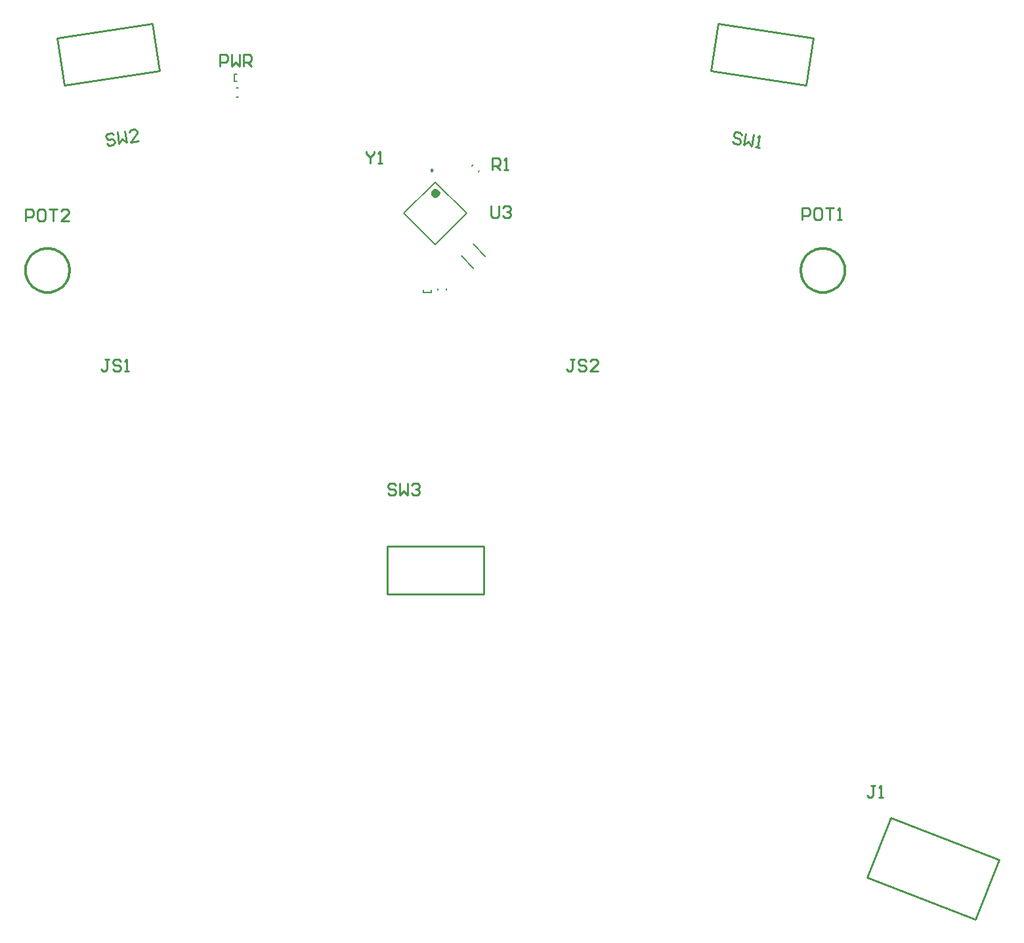
<source format=gto>
G04*
G04 #@! TF.GenerationSoftware,Altium Limited,Altium Designer,21.1.1 (26)*
G04*
G04 Layer_Color=65535*
%FSLAX25Y25*%
%MOIN*%
G70*
G04*
G04 #@! TF.SameCoordinates,E5C8E51D-CC19-474A-A973-919B29290584*
G04*
G04*
G04 #@! TF.FilePolarity,Positive*
G04*
G01*
G75*
%ADD10C,0.01181*%
%ADD11C,0.02362*%
%ADD12C,0.00984*%
%ADD13C,0.01000*%
%ADD14C,0.00787*%
D10*
X208031Y167795D02*
X207986Y168798D01*
X207851Y169792D01*
X207628Y170770D01*
X207318Y171724D01*
X206924Y172646D01*
X206448Y173530D01*
X205895Y174367D01*
X205270Y175151D01*
X204577Y175876D01*
X203821Y176536D01*
X203010Y177126D01*
X202148Y177641D01*
X201244Y178076D01*
X200305Y178428D01*
X199338Y178695D01*
X198351Y178874D01*
X197352Y178964D01*
X196349D01*
X195350Y178874D01*
X194362Y178695D01*
X193395Y178428D01*
X192456Y178076D01*
X191552Y177641D01*
X190691Y177126D01*
X189880Y176536D01*
X189124Y175876D01*
X188431Y175151D01*
X187805Y174367D01*
X187253Y173530D01*
X186777Y172646D01*
X186383Y171724D01*
X186073Y170770D01*
X185850Y169792D01*
X185715Y168798D01*
X185670Y167795D01*
X185715Y166793D01*
X185850Y165799D01*
X186073Y164821D01*
X186383Y163867D01*
X186777Y162944D01*
X187253Y162061D01*
X187805Y161224D01*
X188431Y160439D01*
X189124Y159714D01*
X189880Y159054D01*
X190691Y158465D01*
X191552Y157950D01*
X192456Y157515D01*
X193395Y157162D01*
X194362Y156895D01*
X195350Y156716D01*
X196349Y156626D01*
X197352D01*
X198351Y156716D01*
X199338Y156895D01*
X200305Y157162D01*
X201244Y157515D01*
X202148Y157950D01*
X203010Y158465D01*
X203821Y159054D01*
X204577Y159714D01*
X205270Y160439D01*
X205895Y161224D01*
X206448Y162061D01*
X206924Y162944D01*
X207318Y163867D01*
X207628Y164821D01*
X207851Y165799D01*
X207986Y166793D01*
X208031Y167795D01*
X-185670Y167795D02*
X-185715Y168798D01*
X-185850Y169792D01*
X-186073Y170770D01*
X-186383Y171724D01*
X-186777Y172646D01*
X-187253Y173530D01*
X-187805Y174367D01*
X-188431Y175151D01*
X-189124Y175876D01*
X-189880Y176536D01*
X-190691Y177126D01*
X-191552Y177641D01*
X-192456Y178076D01*
X-193395Y178428D01*
X-194362Y178695D01*
X-195350Y178874D01*
X-196349Y178964D01*
X-197352D01*
X-198351Y178874D01*
X-199338Y178695D01*
X-200305Y178428D01*
X-201245Y178076D01*
X-202148Y177641D01*
X-203010Y177126D01*
X-203821Y176536D01*
X-204577Y175876D01*
X-205270Y175151D01*
X-205895Y174367D01*
X-206448Y173530D01*
X-206924Y172646D01*
X-207318Y171724D01*
X-207628Y170770D01*
X-207851Y169792D01*
X-207986Y168798D01*
X-208031Y167795D01*
X-207986Y166793D01*
X-207851Y165799D01*
X-207628Y164821D01*
X-207318Y163867D01*
X-206924Y162944D01*
X-206448Y162061D01*
X-205895Y161224D01*
X-205270Y160439D01*
X-204577Y159714D01*
X-203821Y159054D01*
X-203010Y158465D01*
X-202148Y157950D01*
X-201245Y157515D01*
X-200305Y157162D01*
X-199338Y156895D01*
X-198351Y156716D01*
X-197352Y156626D01*
X-196349D01*
X-195350Y156716D01*
X-194363Y156895D01*
X-193395Y157162D01*
X-192456Y157515D01*
X-191552Y157950D01*
X-190691Y158465D01*
X-189880Y159054D01*
X-189124Y159714D01*
X-188431Y160439D01*
X-187805Y161224D01*
X-187253Y162061D01*
X-186777Y162944D01*
X-186383Y163867D01*
X-186073Y164821D01*
X-185850Y165799D01*
X-185715Y166793D01*
X-185670Y167795D01*
D11*
X1181Y207151D02*
X736Y208074D01*
X-263Y208302D01*
X-1064Y207663D01*
Y206638D01*
X-263Y205999D01*
X736Y206227D01*
X1181Y207151D01*
D12*
X-1178Y218843D02*
X-1916Y219269D01*
Y218417D01*
X-1178Y218843D01*
D13*
X24500Y3256D02*
Y27453D01*
X-24500Y3256D02*
Y27453D01*
Y3256D02*
X24500D01*
X-24500Y27453D02*
X24500D01*
X-188342Y261922D02*
X-139912Y269372D01*
X-192022Y285837D02*
X-143591Y293288D01*
X-139912Y269372D01*
X-192022Y285837D02*
X-188342Y261922D01*
X231191Y-110558D02*
X286198Y-131894D01*
X219451Y-140826D02*
X274458Y-162162D01*
X219451Y-140826D02*
X231191Y-110558D01*
X274458Y-162162D02*
X286198Y-131894D01*
X139912Y269372D02*
X143591Y293288D01*
X188342Y261922D02*
X192022Y285837D01*
X143591Y293288D02*
X192022Y285837D01*
X139912Y269372D02*
X188342Y261922D01*
X-109236Y271472D02*
Y277470D01*
X-106237D01*
X-105237Y276471D01*
Y274471D01*
X-106237Y273472D01*
X-109236D01*
X-103238Y277470D02*
Y271472D01*
X-101239Y273472D01*
X-99239Y271472D01*
Y277470D01*
X-97240Y271472D02*
Y277470D01*
X-94241D01*
X-93241Y276471D01*
Y274471D01*
X-94241Y273472D01*
X-97240D01*
X-95241D02*
X-93241Y271472D01*
X-207847Y193064D02*
Y199062D01*
X-204848D01*
X-203848Y198062D01*
Y196063D01*
X-204848Y195063D01*
X-207847D01*
X-198850Y199062D02*
X-200849D01*
X-201849Y198062D01*
Y194064D01*
X-200849Y193064D01*
X-198850D01*
X-197850Y194064D01*
Y198062D01*
X-198850Y199062D01*
X-195851D02*
X-191852D01*
X-193851D01*
Y193064D01*
X-185854D02*
X-189853D01*
X-185854Y197063D01*
Y198062D01*
X-186854Y199062D01*
X-188853D01*
X-189853Y198062D01*
X186460Y193458D02*
Y199456D01*
X189459D01*
X190459Y198456D01*
Y196457D01*
X189459Y195457D01*
X186460D01*
X195457Y199456D02*
X193458D01*
X192458Y198456D01*
Y194457D01*
X193458Y193458D01*
X195457D01*
X196457Y194457D01*
Y198456D01*
X195457Y199456D01*
X198456D02*
X202455D01*
X200455D01*
Y193458D01*
X204454D02*
X206453D01*
X205454D01*
Y199456D01*
X204454Y198456D01*
X-34851Y228282D02*
Y227283D01*
X-32852Y225283D01*
X-30852Y227283D01*
Y228282D01*
X-32852Y225283D02*
Y222284D01*
X-28853D02*
X-26854D01*
X-27853D01*
Y228282D01*
X-28853Y227283D01*
X223447Y-94118D02*
X221448D01*
X222448D01*
Y-99116D01*
X221448Y-100116D01*
X220448D01*
X219449Y-99116D01*
X225447Y-100116D02*
X227446D01*
X226447D01*
Y-94118D01*
X225447Y-95117D01*
X-19952Y58583D02*
X-20952Y59582D01*
X-22952D01*
X-23951Y58583D01*
Y57583D01*
X-22952Y56583D01*
X-20952D01*
X-19952Y55584D01*
Y54584D01*
X-20952Y53584D01*
X-22952D01*
X-23951Y54584D01*
X-17953Y59582D02*
Y53584D01*
X-15954Y55584D01*
X-13954Y53584D01*
Y59582D01*
X-11955Y58583D02*
X-10955Y59582D01*
X-8956D01*
X-7956Y58583D01*
Y57583D01*
X-8956Y56583D01*
X-9956D01*
X-8956D01*
X-7956Y55584D01*
Y54584D01*
X-8956Y53584D01*
X-10955D01*
X-11955Y54584D01*
X28466Y200637D02*
Y195638D01*
X29466Y194639D01*
X31465D01*
X32465Y195638D01*
Y200637D01*
X34464Y199637D02*
X35464Y200637D01*
X37463D01*
X38463Y199637D01*
Y198637D01*
X37463Y197638D01*
X36464D01*
X37463D01*
X38463Y196638D01*
Y195638D01*
X37463Y194639D01*
X35464D01*
X34464Y195638D01*
X-163311Y236801D02*
X-164451Y237637D01*
X-166428Y237333D01*
X-167264Y236193D01*
X-167112Y235205D01*
X-165972Y234369D01*
X-163995Y234673D01*
X-162855Y233837D01*
X-162703Y232849D01*
X-163539Y231709D01*
X-165515Y231405D01*
X-166656Y232241D01*
X-161487Y238093D02*
X-160575Y232165D01*
X-158903Y234445D01*
X-156623Y232773D01*
X-157535Y238701D01*
X-150695Y233685D02*
X-154647Y233077D01*
X-151303Y237637D01*
X-151455Y238625D01*
X-152595Y239461D01*
X-154571Y239157D01*
X-155407Y238017D01*
X155608Y236684D02*
X154771Y237824D01*
X152795Y238128D01*
X151655Y237292D01*
X151503Y236304D01*
X152339Y235164D01*
X154315Y234860D01*
X155152Y233720D01*
X155000Y232732D01*
X153859Y231896D01*
X151883Y232200D01*
X151047Y233340D01*
X157736Y237368D02*
X156824Y231440D01*
X159104Y233112D01*
X160776Y230832D01*
X161688Y236760D01*
X162752Y230528D02*
X164728Y230224D01*
X163740Y230376D01*
X164652Y236304D01*
X163512Y235468D01*
X29072Y219048D02*
Y225046D01*
X32071D01*
X33071Y224047D01*
Y222047D01*
X32071Y221048D01*
X29072D01*
X31071D02*
X33071Y219048D01*
X35070D02*
X37070D01*
X36070D01*
Y225046D01*
X35070Y224047D01*
X70648Y122582D02*
X68648D01*
X69648D01*
Y117584D01*
X68648Y116584D01*
X67649D01*
X66649Y117584D01*
X76646Y121583D02*
X75646Y122582D01*
X73647D01*
X72647Y121583D01*
Y120583D01*
X73647Y119583D01*
X75646D01*
X76646Y118584D01*
Y117584D01*
X75646Y116584D01*
X73647D01*
X72647Y117584D01*
X82644Y116584D02*
X78645D01*
X82644Y120583D01*
Y121583D01*
X81644Y122582D01*
X79645D01*
X78645Y121583D01*
X-165552Y122582D02*
X-167552D01*
X-166552D01*
Y117584D01*
X-167552Y116584D01*
X-168552D01*
X-169551Y117584D01*
X-159554Y121583D02*
X-160554Y122582D01*
X-162553D01*
X-163553Y121583D01*
Y120583D01*
X-162553Y119583D01*
X-160554D01*
X-159554Y118584D01*
Y117584D01*
X-160554Y116584D01*
X-162553D01*
X-163553Y117584D01*
X-157555Y116584D02*
X-155556D01*
X-156555D01*
Y122582D01*
X-157555Y121583D01*
D14*
X21860Y217871D02*
X22417Y218428D01*
X18659Y221073D02*
X19216Y221630D01*
X13356Y175147D02*
X19480Y169023D01*
X19341Y181132D02*
X25466Y175008D01*
X-101969Y263779D02*
Y267717D01*
Y263779D02*
X-100787D01*
X-101969Y267717D02*
X-100787D01*
X-100886Y260531D02*
X-100098D01*
X-100886Y256004D02*
X-100098D01*
X-5906Y156693D02*
X-1969D01*
Y157874D01*
X-5906Y156693D02*
Y157874D01*
X1280Y157776D02*
Y158563D01*
X5807Y157776D02*
Y158563D01*
X-15868Y196850D02*
X0Y180982D01*
Y212719D02*
X15868Y196850D01*
X0Y180982D02*
X15868Y196850D01*
X-15868D02*
X0Y212719D01*
M02*

</source>
